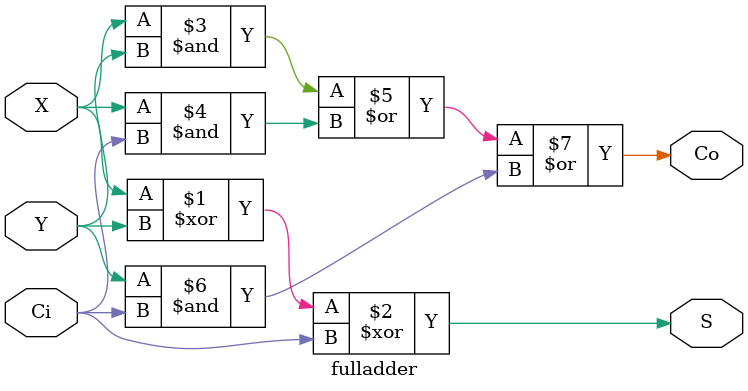
<source format=v>
module counter(clk, rst_n, sel_i, data_o);
  input	clk;
  input	rst_n;
  input	sel_i;
  output [3:0] data_o;

	reg [3:0] counter_q;
	wire [3:0] counter_up;
	wire [3:0] counter_down;
	wire [3:0] counter_d;

	ripple_adder count_up (.X(counter_q), .Y(4'b0000), .Cin(1'b1), .Co(), .S(counter_up));
	ripple_adder count_down (.X(counter_q), .Y(4'b1111), .Cin(1'b0), .Co(), .S(counter_down));
	mux2by1_4bit mux (.in0(counter_down), .in1(counter_up), .sel(sel_i), .out(counter_d));

 always@(posedge clk) begin
	if (!rst_n)
		counter_q <= 4'b0000;
	else 
      counter_q <= counter_d; 
	end
assign data_o = counter_q;
endmodule 

//////////////         module mux 4 bit from mux 2 input 3 bit        ////////////
module mux2by1_4bit(in0, in1, sel, out);
	input [3:0]in0;
   input [3:0]in1;
   input sel;
   output [3:0]out;
   // sel =1 lay in1
   mux2by1 mux0(in0[0],in1[0],sel,out[0]);
   mux2by1 mux1(in0[1],in1[1],sel,out[1]);
   mux2by1 mux2(in0[2],in1[2],sel,out[2]);
   mux2by1 mux3(in0[3],in1[3],sel,out[3]);
endmodule // mux2to1_8

/////////////////    module mux 2 - 1 bit         ////////////
module mux2by1(D0,D1,S,Y);
  input D0;
  input D1;
  input S;
  output Y;

  wire w1,w2,w3;
  
  assign w1 = ~S;
  assign w2 = D0 & w1;
  assign w3 = D1 & S;
  assign Y = w2 | w3;
endmodule 

//////////////////   ripple_adder  /////////////////
module ripple_adder(X, Y, S, Co, Cin);
	input [3:0] X, Y;// Two 4-bit inputs
	input Cin;
	output [3:0] S;
	output Co;

	wire w1,w2,w3;
 // instantiating 4 1-bit full adders in Verilog
	fulladder u1(.X(X[0]), .Y(Y[0]), .Ci(Cin), .S(S[0]), .Co(w1));
	fulladder u2(.X(X[1]), .Y(Y[1]), .Ci(w1), .S(S[1]), .Co(w2));
	fulladder u3(.X(X[2]), .Y(Y[2]), .Ci(w2), .S(S[2]), .Co(w3));
	fulladder u4(.X(X[3]), .Y(Y[3]), .Ci(w3), .S(S[3]), .Co(Co));
endmodule 

///////////////// full adder   ///////////////
module fulladder(X,Y,Ci,S,Co);
	input X, Y, Ci;
	output S, Co;
  
	assign S = X ^ Y ^ Ci;
	assign Co = (X&Y)|(X&Ci)|(Y&Ci);
	
endmodule 

</source>
